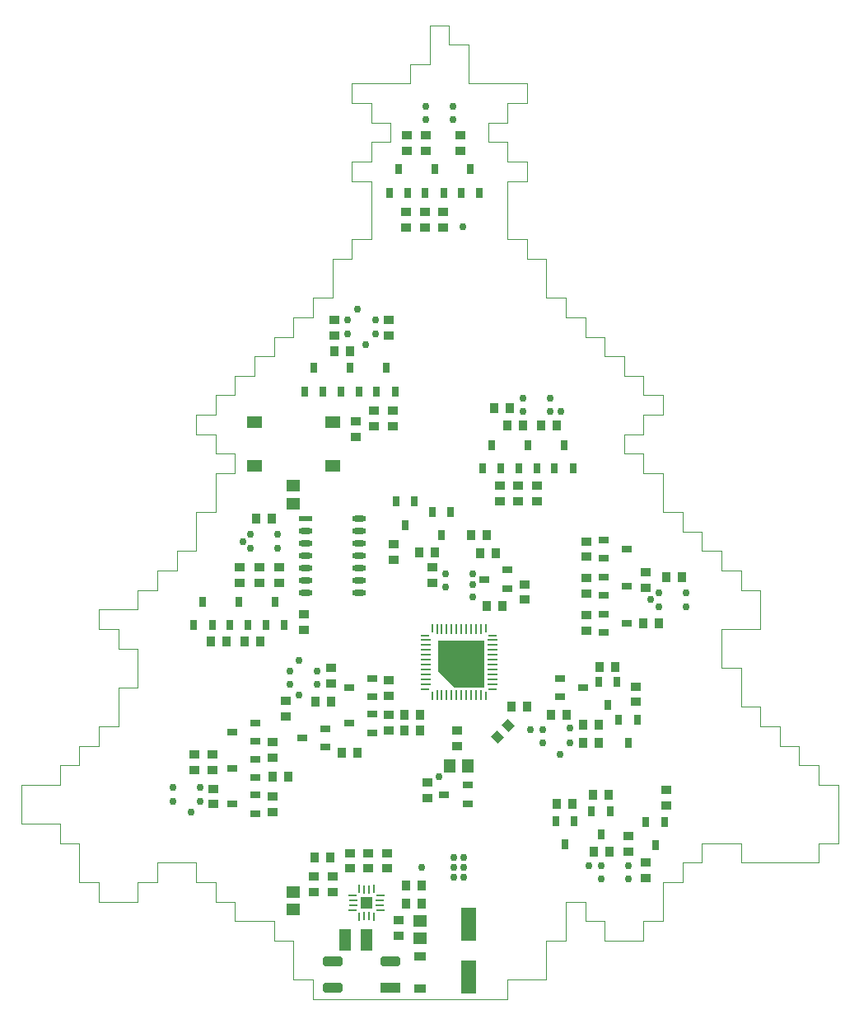
<source format=gts>
G04 Layer_Color=8388736*
%FSLAX24Y24*%
%MOIN*%
G70*
G01*
G75*
%ADD10O,0.0098X0.0374*%
%ADD11O,0.0098X0.0413*%
%ADD12O,0.0374X0.0098*%
%ADD13O,0.0413X0.0098*%
%ADD14R,0.0394X0.0394*%
%ADD15R,0.0354X0.0394*%
%ADD16R,0.0571X0.0453*%
%ADD17R,0.0394X0.0354*%
G04:AMPARAMS|DCode=18|XSize=78.7mil|YSize=39.4mil|CornerRadius=6.9mil|HoleSize=0mil|Usage=FLASHONLY|Rotation=180.000|XOffset=0mil|YOffset=0mil|HoleType=Round|Shape=RoundedRectangle|*
%AMROUNDEDRECTD18*
21,1,0.0787,0.0256,0,0,180.0*
21,1,0.0650,0.0394,0,0,180.0*
1,1,0.0138,-0.0325,0.0128*
1,1,0.0138,0.0325,0.0128*
1,1,0.0138,0.0325,-0.0128*
1,1,0.0138,-0.0325,-0.0128*
%
%ADD18ROUNDEDRECTD18*%
%ADD19R,0.0787X0.0394*%
%ADD20R,0.0484X0.0874*%
%ADD21R,0.0394X0.0315*%
%ADD22R,0.0315X0.0394*%
%ADD23R,0.0571X0.0236*%
%ADD24O,0.0571X0.0236*%
G04:AMPARAMS|DCode=25|XSize=39.4mil|YSize=35.4mil|CornerRadius=0mil|HoleSize=0mil|Usage=FLASHONLY|Rotation=135.000|XOffset=0mil|YOffset=0mil|HoleType=Round|Shape=Rectangle|*
%AMROTATEDRECTD25*
4,1,4,0.0264,-0.0014,0.0014,-0.0264,-0.0264,0.0014,-0.0014,0.0264,0.0264,-0.0014,0.0*
%
%ADD25ROTATEDRECTD25*%

%ADD26R,0.0630X0.0512*%
%ADD27R,0.0480X0.0358*%
%ADD28R,0.0512X0.0512*%
%ADD29O,0.0354X0.0098*%
%ADD30O,0.0098X0.0354*%
%ADD31R,0.0630X0.1378*%
%ADD32R,0.0453X0.0571*%
%ADD42C,0.0049*%
%ADD43C,0.0300*%
G36*
X-14331Y12598D02*
X-15512D01*
X-16181Y13268D01*
Y14488D01*
X-14331D01*
Y12598D01*
D02*
G37*
D10*
X-14272Y14990D02*
D03*
X-16437D02*
D03*
Y12254D02*
D03*
X-14272D02*
D03*
X-18996Y3356D02*
D03*
X-19193D02*
D03*
Y4439D02*
D03*
X-18996D02*
D03*
D11*
X-14468Y14970D02*
D03*
X-14665D02*
D03*
X-14862D02*
D03*
X-15059D02*
D03*
X-15256D02*
D03*
X-15453D02*
D03*
X-15650D02*
D03*
X-15846D02*
D03*
X-16043D02*
D03*
X-16240D02*
D03*
Y12274D02*
D03*
X-16043D02*
D03*
X-15846D02*
D03*
X-15650D02*
D03*
X-15453D02*
D03*
X-15256D02*
D03*
X-15059D02*
D03*
X-14862D02*
D03*
X-14665D02*
D03*
X-14468D02*
D03*
D12*
X-16722Y14705D02*
D03*
Y12539D02*
D03*
X-13986D02*
D03*
Y14705D02*
D03*
X-18553Y3996D02*
D03*
Y3799D02*
D03*
X-19636D02*
D03*
Y3996D02*
D03*
D13*
X-16703Y14508D02*
D03*
Y14311D02*
D03*
Y14114D02*
D03*
Y13917D02*
D03*
Y13720D02*
D03*
Y13524D02*
D03*
Y13327D02*
D03*
Y13130D02*
D03*
Y12933D02*
D03*
Y12736D02*
D03*
X-14006D02*
D03*
Y12933D02*
D03*
Y13130D02*
D03*
Y13327D02*
D03*
Y13524D02*
D03*
Y13720D02*
D03*
Y13917D02*
D03*
Y14114D02*
D03*
Y14311D02*
D03*
Y14508D02*
D03*
D14*
X-15354Y13622D02*
D03*
D15*
X-22913Y19409D02*
D03*
X-23543D02*
D03*
X-17480Y4606D02*
D03*
X-16850D02*
D03*
X-19449Y9961D02*
D03*
X-20079D02*
D03*
X-22244Y8976D02*
D03*
X-22874D02*
D03*
X-11378Y7874D02*
D03*
X-10748D02*
D03*
X-23386Y14449D02*
D03*
X-24016D02*
D03*
X-13228Y11811D02*
D03*
X-12598D02*
D03*
X-14213Y18740D02*
D03*
X-14843D02*
D03*
X-9921Y8268D02*
D03*
X-9291D02*
D03*
X-24764Y14449D02*
D03*
X-25394D02*
D03*
X-9646Y13425D02*
D03*
X-9016D02*
D03*
X-6969Y17047D02*
D03*
X-6339D02*
D03*
X-7874Y15197D02*
D03*
X-7244D02*
D03*
X-13858Y18032D02*
D03*
X-14488D02*
D03*
X-16968Y18071D02*
D03*
X-16339D02*
D03*
X-21142Y12008D02*
D03*
X-20512D02*
D03*
X-11378Y23189D02*
D03*
X-12008D02*
D03*
X-13937Y23898D02*
D03*
X-13307D02*
D03*
X-13386Y23189D02*
D03*
X-12756D02*
D03*
X-11614Y11496D02*
D03*
X-10984D02*
D03*
X-10315Y10354D02*
D03*
X-9685D02*
D03*
X-20394Y26181D02*
D03*
X-19764D02*
D03*
X-10315Y11102D02*
D03*
X-9685D02*
D03*
X-9252Y5945D02*
D03*
X-9882D02*
D03*
X-17559Y11496D02*
D03*
X-16929D02*
D03*
X-17559Y10866D02*
D03*
X-16929D02*
D03*
X-20551Y5709D02*
D03*
X-21181D02*
D03*
X-16850Y3858D02*
D03*
X-17480D02*
D03*
X-13583Y15906D02*
D03*
X-14213D02*
D03*
D16*
X-16929Y2441D02*
D03*
Y3150D02*
D03*
X-22047Y20748D02*
D03*
Y20039D02*
D03*
Y4331D02*
D03*
Y3622D02*
D03*
D17*
X-18268Y5276D02*
D03*
Y5906D02*
D03*
X-10197Y14882D02*
D03*
Y15512D02*
D03*
Y17874D02*
D03*
Y18504D02*
D03*
X-12953Y20118D02*
D03*
Y20748D02*
D03*
X-15984Y31181D02*
D03*
Y31811D02*
D03*
X-17480Y31181D02*
D03*
Y31811D02*
D03*
X-12677Y16142D02*
D03*
Y16772D02*
D03*
X-18032Y23150D02*
D03*
Y23780D02*
D03*
X-19528Y22717D02*
D03*
Y23346D02*
D03*
X-18189Y12874D02*
D03*
Y12244D02*
D03*
X-6969Y8465D02*
D03*
Y7835D02*
D03*
X-8189Y12638D02*
D03*
Y12008D02*
D03*
X-10197Y16378D02*
D03*
Y17008D02*
D03*
X-12205Y20118D02*
D03*
Y20748D02*
D03*
X-13701Y20118D02*
D03*
Y20748D02*
D03*
X-16732Y31181D02*
D03*
Y31811D02*
D03*
X-17992Y17756D02*
D03*
Y18386D02*
D03*
X-18780Y23150D02*
D03*
Y23780D02*
D03*
X-18189Y10866D02*
D03*
Y11496D02*
D03*
X-22874Y9764D02*
D03*
Y10394D02*
D03*
Y8189D02*
D03*
Y7559D02*
D03*
X-21614Y15551D02*
D03*
Y14921D02*
D03*
X-24213Y17441D02*
D03*
Y16811D02*
D03*
X-7795Y17244D02*
D03*
Y16614D02*
D03*
X-22638Y17441D02*
D03*
Y16811D02*
D03*
X-23425Y17441D02*
D03*
Y16811D02*
D03*
X-22362Y12047D02*
D03*
Y11417D02*
D03*
X-16417Y17441D02*
D03*
Y16811D02*
D03*
X-20512Y13386D02*
D03*
Y12756D02*
D03*
X-26063Y9252D02*
D03*
Y9882D02*
D03*
X-25276Y8504D02*
D03*
Y7874D02*
D03*
X-25315Y9252D02*
D03*
Y9882D02*
D03*
X-18189Y26811D02*
D03*
Y27441D02*
D03*
X-20394Y26811D02*
D03*
Y27441D02*
D03*
X-15276Y34291D02*
D03*
Y34921D02*
D03*
X-17441Y34291D02*
D03*
Y34921D02*
D03*
X-7795Y4882D02*
D03*
Y5512D02*
D03*
X-16693Y34291D02*
D03*
Y34921D02*
D03*
X-8504Y5945D02*
D03*
Y6575D02*
D03*
X-19016Y5276D02*
D03*
Y5906D02*
D03*
X-19764Y5276D02*
D03*
Y5906D02*
D03*
X-20472Y4331D02*
D03*
Y4961D02*
D03*
X-21220Y4331D02*
D03*
Y4961D02*
D03*
X-15433Y10866D02*
D03*
Y10236D02*
D03*
X-16614Y8740D02*
D03*
Y8110D02*
D03*
X-17795Y2559D02*
D03*
Y3189D02*
D03*
D18*
X-20453Y453D02*
D03*
Y1516D02*
D03*
X-18130D02*
D03*
D19*
Y453D02*
D03*
D20*
X-19955Y2402D02*
D03*
X-19100D02*
D03*
D21*
X-8543Y18189D02*
D03*
X-9488Y17815D02*
D03*
Y18563D02*
D03*
X-8543Y16693D02*
D03*
X-9488Y16319D02*
D03*
Y17067D02*
D03*
X-8543Y15197D02*
D03*
X-9488Y14823D02*
D03*
Y15571D02*
D03*
X-14331Y16968D02*
D03*
X-13386Y17343D02*
D03*
Y16594D02*
D03*
X-21693Y10551D02*
D03*
X-20748Y10925D02*
D03*
Y10177D02*
D03*
X-10315Y12598D02*
D03*
X-11260Y12224D02*
D03*
Y12972D02*
D03*
X-19803Y11142D02*
D03*
X-18858Y11516D02*
D03*
Y10768D02*
D03*
X-24528Y9331D02*
D03*
X-23583Y9705D02*
D03*
Y8957D02*
D03*
X-19803Y12598D02*
D03*
X-18858Y12972D02*
D03*
Y12224D02*
D03*
X-24528Y7874D02*
D03*
X-23583Y8248D02*
D03*
Y7500D02*
D03*
X-24528Y10787D02*
D03*
X-23583Y11161D02*
D03*
Y10413D02*
D03*
X-15945Y8268D02*
D03*
X-15000Y8642D02*
D03*
Y7894D02*
D03*
D22*
X-9606Y6654D02*
D03*
X-9980Y7598D02*
D03*
X-9232D02*
D03*
X-16339Y33543D02*
D03*
X-15965Y32598D02*
D03*
X-16713D02*
D03*
X-7402Y6220D02*
D03*
X-7776Y7165D02*
D03*
X-7028D02*
D03*
X-25709Y16063D02*
D03*
X-25335Y15118D02*
D03*
X-26083D02*
D03*
X-17795Y33543D02*
D03*
X-17421Y32598D02*
D03*
X-18169D02*
D03*
X-11063Y6260D02*
D03*
X-11437Y7205D02*
D03*
X-10689D02*
D03*
X-22795Y16063D02*
D03*
X-22421Y15118D02*
D03*
X-23169D02*
D03*
X-14882Y33543D02*
D03*
X-14508Y32598D02*
D03*
X-15256D02*
D03*
X-9331Y11890D02*
D03*
X-9705Y12835D02*
D03*
X-8957D02*
D03*
X-24252Y16063D02*
D03*
X-23878Y15118D02*
D03*
X-24626D02*
D03*
X-19764Y25512D02*
D03*
X-19390Y24567D02*
D03*
X-20138D02*
D03*
X-16063Y18740D02*
D03*
X-16437Y19685D02*
D03*
X-15689D02*
D03*
X-8504Y10354D02*
D03*
X-8878Y11299D02*
D03*
X-8130D02*
D03*
X-21220Y25512D02*
D03*
X-20846Y24567D02*
D03*
X-21594D02*
D03*
X-17520Y19173D02*
D03*
X-17894Y20118D02*
D03*
X-17146D02*
D03*
X-18307Y25512D02*
D03*
X-17933Y24567D02*
D03*
X-18681D02*
D03*
X-11102Y22402D02*
D03*
X-10728Y21457D02*
D03*
X-11476D02*
D03*
X-12559Y22402D02*
D03*
X-12185Y21457D02*
D03*
X-12933D02*
D03*
X-14016Y22402D02*
D03*
X-13642Y21457D02*
D03*
X-14390D02*
D03*
D23*
X-21545Y19413D02*
D03*
D24*
Y18913D02*
D03*
Y18413D02*
D03*
Y17913D02*
D03*
Y17413D02*
D03*
Y16913D02*
D03*
Y16413D02*
D03*
X-19400Y19413D02*
D03*
Y18913D02*
D03*
Y18413D02*
D03*
Y17913D02*
D03*
Y17413D02*
D03*
Y16913D02*
D03*
Y16413D02*
D03*
D25*
X-13354Y11049D02*
D03*
X-13799Y10604D02*
D03*
D26*
X-23622Y21555D02*
D03*
X-20472D02*
D03*
Y23327D02*
D03*
X-23622D02*
D03*
D27*
X-16929Y1707D02*
D03*
Y419D02*
D03*
D28*
X-19094Y3898D02*
D03*
D29*
X-18533Y4193D02*
D03*
Y3602D02*
D03*
X-19656D02*
D03*
Y4193D02*
D03*
D30*
X-18799Y3337D02*
D03*
X-19390D02*
D03*
Y4459D02*
D03*
X-18799D02*
D03*
D31*
X-14961Y3031D02*
D03*
Y906D02*
D03*
D32*
X-15709Y9409D02*
D03*
X-15000D02*
D03*
D42*
X-21260Y0D02*
Y787D01*
X-22047D02*
X-21260D01*
X-22047D02*
Y2362D01*
X-22835D02*
X-22047D01*
X-22835D02*
Y3150D01*
X-24409D02*
X-22835D01*
X-24409D02*
Y3937D01*
X-25197D02*
X-24409D01*
X-25197D02*
Y4724D01*
X-25984D02*
X-25197D01*
X-25984D02*
Y5512D01*
X-27559D02*
X-25984D01*
X-27559Y4724D02*
Y5512D01*
X-28346Y4724D02*
X-27559D01*
X-28346Y3937D02*
Y4724D01*
X-29921Y3937D02*
X-28346D01*
X-29921D02*
Y4724D01*
X-30709D02*
X-29921D01*
X-30709D02*
Y6299D01*
X-31496D02*
X-30709D01*
X-31496D02*
Y7087D01*
X-33071D02*
X-31496D01*
X-33071D02*
Y8661D01*
X-31496D01*
Y9449D01*
X-30709D01*
Y10236D01*
X-29921D01*
Y11024D01*
X-29134D01*
Y12598D01*
X-28346D01*
Y14173D01*
X-29134D02*
X-28346D01*
X-29134D02*
Y14961D01*
X-29921D02*
X-29134D01*
X-29921D02*
Y15748D01*
X-28346D01*
Y16535D01*
X-27559D01*
Y17323D01*
X-26772D01*
Y18110D01*
X-25984D01*
Y19685D01*
X-25197D01*
Y21260D01*
X-24409D01*
Y22047D01*
X-25197D02*
X-24409D01*
X-25197D02*
Y22835D01*
X-25984D02*
X-25197D01*
X-25984D02*
Y23622D01*
X-25197D01*
Y24409D01*
X-24409D01*
Y25197D01*
X-23622D01*
Y25984D01*
X-22835D01*
Y26772D01*
X-22047D01*
Y27559D01*
X-21260D01*
Y28346D01*
X-20472D01*
Y29921D01*
X-19685D01*
Y30709D01*
X-18898D01*
Y33071D01*
X-19685D02*
X-18898D01*
X-19685D02*
Y33858D01*
X-18898D01*
Y34646D01*
X-18110D01*
Y35433D01*
X-18898D02*
X-18110D01*
X-18898D02*
Y36220D01*
X-19685D02*
X-18898D01*
X-19685D02*
Y37008D01*
X-17323D01*
Y37795D01*
X-16535D01*
Y39370D01*
X-15748D01*
Y38583D02*
Y39370D01*
Y38583D02*
X-14961D01*
Y37008D02*
Y38583D01*
Y37008D02*
X-12598D01*
Y36220D02*
Y37008D01*
X-13386Y36220D02*
X-12598D01*
X-13386Y35433D02*
Y36220D01*
X-14173Y35433D02*
X-13386D01*
X-14173Y34646D02*
Y35433D01*
Y34646D02*
X-13386D01*
Y33858D02*
Y34646D01*
Y33858D02*
X-12598D01*
Y33071D02*
Y33858D01*
X-13386Y33071D02*
X-12598D01*
X-13386Y32283D02*
Y33071D01*
Y30709D02*
Y32283D01*
Y30709D02*
X-12598D01*
Y29921D02*
Y30709D01*
Y29921D02*
X-11811D01*
Y28346D02*
Y29921D01*
Y28346D02*
X-11024D01*
Y27559D02*
Y28346D01*
Y27559D02*
X-10236D01*
Y26772D02*
Y27559D01*
Y26772D02*
X-9449D01*
Y25984D02*
Y26772D01*
Y25984D02*
X-8661D01*
Y25197D02*
Y25984D01*
Y25197D02*
X-7874D01*
Y24409D02*
Y25197D01*
Y24409D02*
X-7087D01*
Y23622D02*
Y24409D01*
X-7874Y23622D02*
X-7087D01*
X-7874Y22835D02*
Y23622D01*
X-8661Y22835D02*
X-7874D01*
X-8661Y22047D02*
Y22835D01*
Y22047D02*
X-7874D01*
Y21260D02*
Y22047D01*
Y21260D02*
X-7087D01*
Y19685D02*
Y21260D01*
Y19685D02*
X-6299D01*
Y18898D02*
Y19685D01*
Y18898D02*
X-5512D01*
Y18110D02*
Y18898D01*
Y18110D02*
X-4724D01*
Y17323D02*
Y18110D01*
Y17323D02*
X-3937D01*
Y16535D02*
Y17323D01*
Y16535D02*
X-3150D01*
Y14961D02*
Y16535D01*
X-4724Y14961D02*
X-3150D01*
X-4724Y13386D02*
Y14961D01*
Y13386D02*
X-3937D01*
Y11811D02*
Y13386D01*
Y11811D02*
X-3150D01*
Y11024D02*
Y11811D01*
Y11024D02*
X-2362D01*
Y10236D02*
Y11024D01*
Y10236D02*
X-1575D01*
Y9449D02*
Y10236D01*
Y9449D02*
X-787D01*
Y8661D02*
Y9449D01*
Y8661D02*
X0D01*
Y6299D02*
Y8661D01*
X-787Y6299D02*
X0D01*
X-787Y5512D02*
Y6299D01*
X-3937Y5512D02*
X-787D01*
X-3937D02*
Y6299D01*
X-5512D02*
X-3937D01*
X-5512Y5512D02*
Y6299D01*
X-6299Y5512D02*
X-5512D01*
X-6299Y4724D02*
Y5512D01*
X-7087Y4724D02*
X-6299D01*
X-7087Y3150D02*
Y4724D01*
X-7874Y3150D02*
X-7087D01*
X-7874Y2362D02*
Y3150D01*
X-9449Y2362D02*
X-7874D01*
X-9449D02*
Y3150D01*
X-10236D02*
X-9449D01*
X-10236D02*
Y3937D01*
X-11024D02*
X-10236D01*
X-11024Y2362D02*
Y3937D01*
X-11811Y2362D02*
X-11024D01*
X-11811Y787D02*
Y2362D01*
X-13386Y787D02*
X-11811D01*
X-13386Y0D02*
Y787D01*
X-21260Y0D02*
X-13386D01*
D43*
X-19449Y27874D02*
D03*
X-15079Y14331D02*
D03*
X-15354Y14016D02*
D03*
Y13622D02*
D03*
X-16142Y8976D02*
D03*
X-16850Y5315D02*
D03*
X-15174Y31220D02*
D03*
X-21811Y13701D02*
D03*
Y12283D02*
D03*
X-19843Y27441D02*
D03*
X-14803Y17205D02*
D03*
X-15906Y16654D02*
D03*
X-16693Y35551D02*
D03*
X-11654Y24291D02*
D03*
X-12756D02*
D03*
Y23740D02*
D03*
X-6142Y16417D02*
D03*
X-7244Y15866D02*
D03*
X-10866Y10945D02*
D03*
Y10354D02*
D03*
X-11968D02*
D03*
X-8504Y5394D02*
D03*
Y4843D02*
D03*
X-9606D02*
D03*
X-22205Y12717D02*
D03*
X-21102Y13268D02*
D03*
Y12717D02*
D03*
X-15591Y36102D02*
D03*
X-16693D02*
D03*
X-15906Y17205D02*
D03*
X-18740Y27441D02*
D03*
X-25827Y8543D02*
D03*
X-26929Y7992D02*
D03*
X-25827D02*
D03*
X-22677Y18780D02*
D03*
Y18228D02*
D03*
X-23780D02*
D03*
X-24094Y18504D02*
D03*
X-23780Y18780D02*
D03*
X-6142Y15866D02*
D03*
X-11968Y10906D02*
D03*
X-9606Y5394D02*
D03*
X-26929Y8543D02*
D03*
X-22205Y13268D02*
D03*
X-18740Y26890D02*
D03*
X-19843D02*
D03*
X-15591Y35551D02*
D03*
X-19134Y26457D02*
D03*
X-11654Y23740D02*
D03*
X-11220D02*
D03*
X-14803Y16260D02*
D03*
Y16772D02*
D03*
X-7244Y16417D02*
D03*
X-7598Y16142D02*
D03*
X-11260Y9882D02*
D03*
X-12441Y10906D02*
D03*
X-10079Y5394D02*
D03*
X-26181Y7559D02*
D03*
X-15157Y4921D02*
D03*
Y5315D02*
D03*
X-15551D02*
D03*
Y4921D02*
D03*
Y5709D02*
D03*
X-15157D02*
D03*
M02*

</source>
